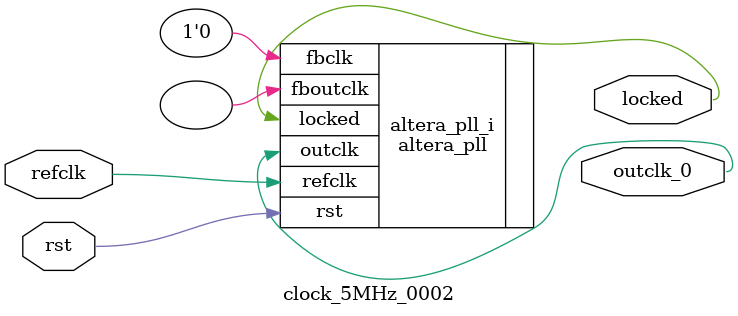
<source format=v>
`timescale 1ns/10ps
module  clock_5MHz_0002(

	// interface 'refclk'
	input wire refclk,

	// interface 'reset'
	input wire rst,

	// interface 'outclk0'
	output wire outclk_0,

	// interface 'locked'
	output wire locked
);

	altera_pll #(
		.fractional_vco_multiplier("false"),
		.reference_clock_frequency("50.0 MHz"),
		.operation_mode("direct"),
		.number_of_clocks(1),
		.output_clock_frequency0("5.000000 MHz"),
		.phase_shift0("0 ps"),
		.duty_cycle0(50),
		.output_clock_frequency1("0 MHz"),
		.phase_shift1("0 ps"),
		.duty_cycle1(50),
		.output_clock_frequency2("0 MHz"),
		.phase_shift2("0 ps"),
		.duty_cycle2(50),
		.output_clock_frequency3("0 MHz"),
		.phase_shift3("0 ps"),
		.duty_cycle3(50),
		.output_clock_frequency4("0 MHz"),
		.phase_shift4("0 ps"),
		.duty_cycle4(50),
		.output_clock_frequency5("0 MHz"),
		.phase_shift5("0 ps"),
		.duty_cycle5(50),
		.output_clock_frequency6("0 MHz"),
		.phase_shift6("0 ps"),
		.duty_cycle6(50),
		.output_clock_frequency7("0 MHz"),
		.phase_shift7("0 ps"),
		.duty_cycle7(50),
		.output_clock_frequency8("0 MHz"),
		.phase_shift8("0 ps"),
		.duty_cycle8(50),
		.output_clock_frequency9("0 MHz"),
		.phase_shift9("0 ps"),
		.duty_cycle9(50),
		.output_clock_frequency10("0 MHz"),
		.phase_shift10("0 ps"),
		.duty_cycle10(50),
		.output_clock_frequency11("0 MHz"),
		.phase_shift11("0 ps"),
		.duty_cycle11(50),
		.output_clock_frequency12("0 MHz"),
		.phase_shift12("0 ps"),
		.duty_cycle12(50),
		.output_clock_frequency13("0 MHz"),
		.phase_shift13("0 ps"),
		.duty_cycle13(50),
		.output_clock_frequency14("0 MHz"),
		.phase_shift14("0 ps"),
		.duty_cycle14(50),
		.output_clock_frequency15("0 MHz"),
		.phase_shift15("0 ps"),
		.duty_cycle15(50),
		.output_clock_frequency16("0 MHz"),
		.phase_shift16("0 ps"),
		.duty_cycle16(50),
		.output_clock_frequency17("0 MHz"),
		.phase_shift17("0 ps"),
		.duty_cycle17(50),
		.pll_type("General"),
		.pll_subtype("General")
	) altera_pll_i (
		.rst	(rst),
		.outclk	({outclk_0}),
		.locked	(locked),
		.fboutclk	( ),
		.fbclk	(1'b0),
		.refclk	(refclk)
	);
endmodule


</source>
